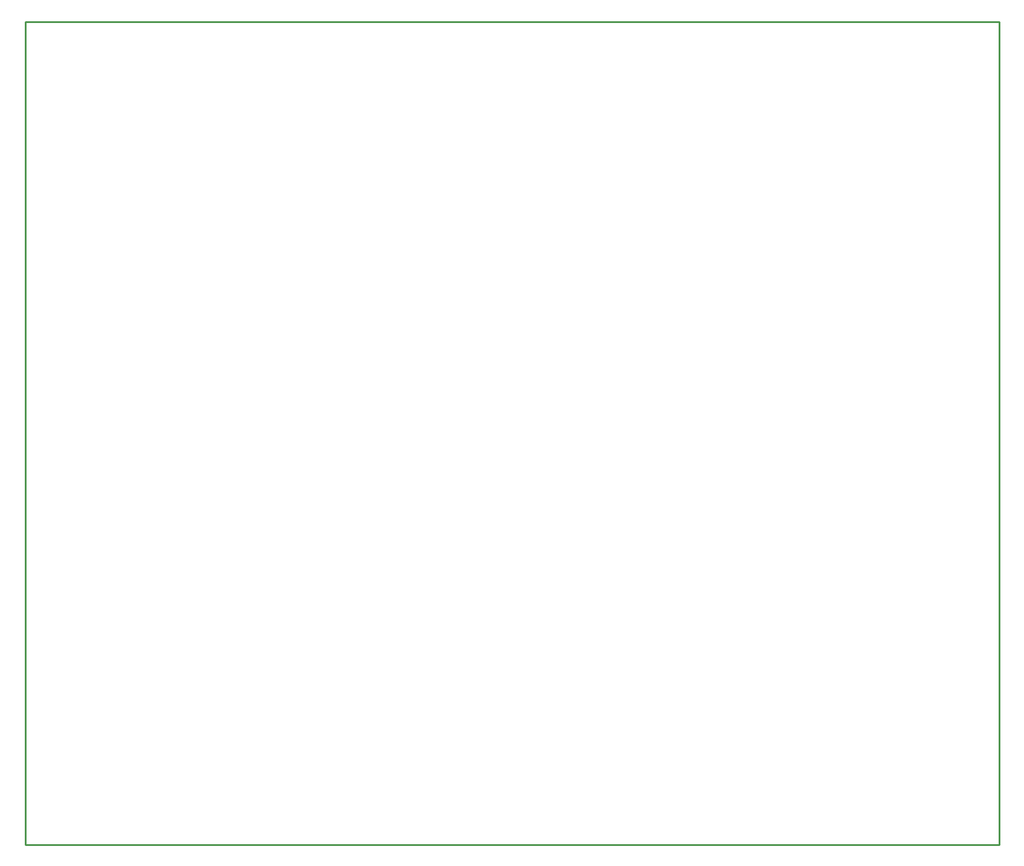
<source format=gbr>
G04 EAGLE Gerber X2 export*
%TF.Part,Single*%
%TF.FileFunction,Profile,NP*%
%TF.FilePolarity,Positive*%
%TF.GenerationSoftware,Autodesk,EAGLE,8.6.0*%
%TF.CreationDate,2018-04-17T18:32:18Z*%
G75*
%MOMM*%
%FSLAX34Y34*%
%LPD*%
%AMOC8*
5,1,8,0,0,1.08239X$1,22.5*%
G01*
%ADD10C,0.254000*%


D10*
X0Y0D02*
X1397000Y0D01*
X1397000Y1181100D01*
X0Y1181100D01*
X0Y0D01*
M02*

</source>
